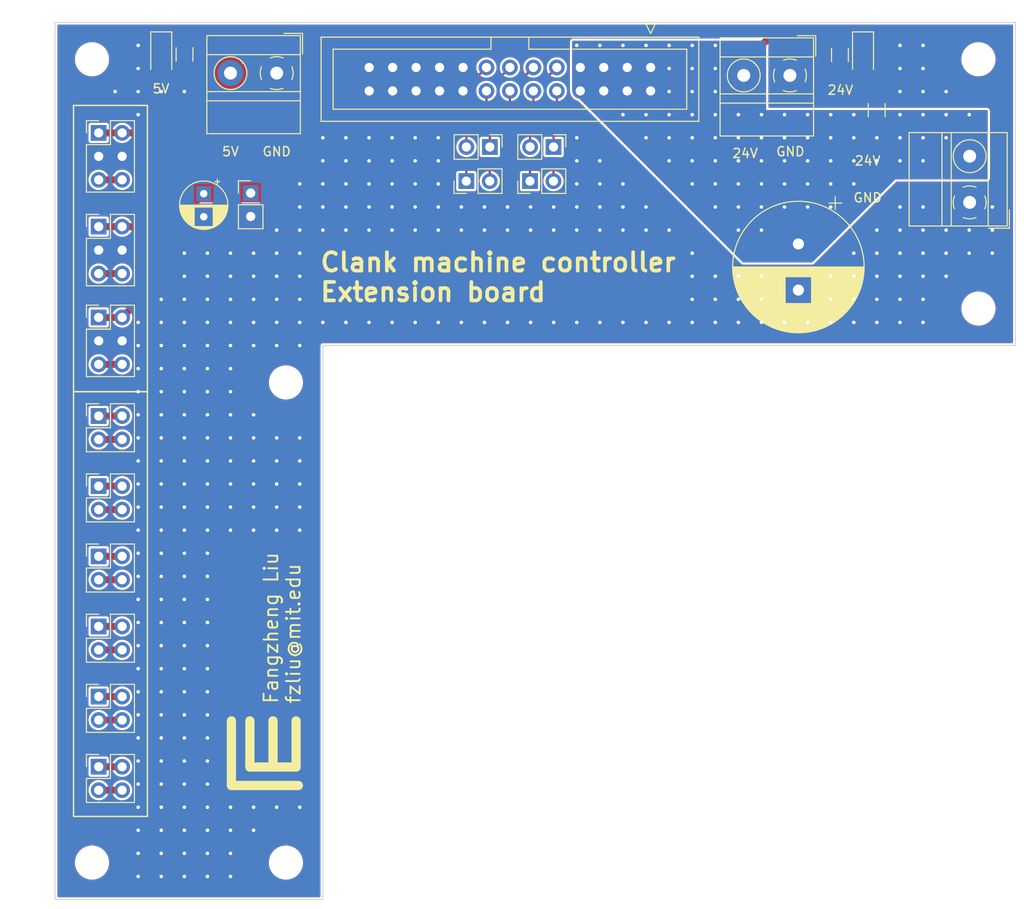
<source format=kicad_pcb>
(kicad_pcb (version 20211014) (generator pcbnew)
  (layers (0 "F.Cu" signal) (31 "B.Cu" signal) (34 "B.Paste" user) (35 "F.Paste" user) (36 "B.SilkS" user "B.Silkscreen") (37 "F.SilkS" user "F.Silkscreen") (38 "B.Mask" user) (39 "F.Mask" user) (44 "Edge.Cuts" user))
  (net 0 "")
  (net 1 "+5V")
  (net 2 "GND")
  (net 3 "Net-(D1-Pad2)")
  (net 4 "Net-(D2-Pad2)")
  (net 5 "Net-(J1-Pad1)")
  (net 6 "Net-(J2-Pad1)")
  (net 7 "Net-(J3-Pad2)")
  (net 8 "Net-(J4-Pad1)")
  (net 9 "Net-(J5-Pad1)")
  (net 10 "Net-(J6-Pad1)")
  (net 11 "/SIG2")
  (net 12 "/SIG1")
  (net 13 "/SIG3")
  (net 14 "+24V")
  (net 15 "Net-(J14-Pad1)")
  (net 16 "Net-(J14-Pad2)")
  (net 17 "/IO_1")
  (net 18 "/IO_2")
  (net 19 "/IO_4")
  (net 20 "/IO_3")
  (net 21 "Net-(J17-Pad2)")
  (net 22 "Net-(J17-Pad1)")
  (net 23 "Net-(J1-Pad3)")
  (net 24 "Net-(J2-Pad3)")
  (net 25 "Net-(J3-Pad3)")
  (net 26 "Net-(J4-Pad3)")
  (net 27 "Net-(J5-Pad3)")
  (net 28 "Net-(J6-Pad3)")
  (footprint "Connector_PinHeader_2.54mm:PinHeader_2x02_P2.54mm_Vertical" (layer "F.Cu") (at 150.725 122.82875)
    (fp_text reference "J3" hide)
    (fp_text value "Limit_SW")
  )
  (footprint "Connector_PinHeader_2.54mm:PinHeader_1x02_P2.54mm_Vertical" (layer "F.Cu") (at 197.435 82.2 90)
    (fp_text reference "J17" hide)
    (fp_text value "+5V Conn")
  )
  (footprint "Connector_IDC:IDC-Header_2x13_P2.54mm_Vertical" (layer "F.Cu") (at 210.5 69.89 -90)
    (fp_text reference "J16" hide)
    (fp_text value "Conn_02x13_Odd_Even")
  )
  (footprint "LED_SMD:LED_1206_3216Metric_Pad1.42x1.75mm_HandSolder" (layer "F.Cu") (at 233.5 68.5 -90)
    (fp_text reference "D2" hide)
    (fp_text value "LED")
  )
  (footprint "Connector_PinHeader_2.54mm:PinHeader_1x02_P2.54mm_Vertical" (layer "F.Cu") (at 193.085 78.5 -90)
    (fp_text reference "J15" hide)
    (fp_text value "+5V Conn")
  )
  (footprint "Resistor_SMD:R_1206_3216Metric_Pad1.30x1.75mm_HandSolder" (layer "F.Cu") (at 231 68.5225 -90)
    (fp_text reference "R2" hide)
    (fp_text value "10K")
  )
  (footprint "Connector_PinHeader_2.54mm:PinHeader_2x03_P2.54mm_Vertical" (layer "F.Cu") (at 150.725 96.96)
    (fp_text reference "J7" hide)
    (fp_text value "Conn_02x03_Counter_Clockwise")
  )
  (footprint "Connector_PinHeader_2.54mm:PinHeader_1x02_P2.54mm_Vertical" (layer "F.Cu") (at 190.535 82.2 90)
    (fp_text reference "J18" hide)
    (fp_text value "+5V Conn")
  )
  (footprint "Connector_PinHeader_2.54mm:PinHeader_2x02_P2.54mm_Vertical" (layer "F.Cu") (at 150.725 145.6175)
    (fp_text reference "J6" hide)
    (fp_text value "Limit_SW")
  )
  (footprint "Connector_PinHeader_2.54mm:PinHeader_2x02_P2.54mm_Vertical" (layer "F.Cu") (at 150.725 130.425)
    (fp_text reference "J4" hide)
    (fp_text value "Limit_SW")
  )
  (footprint "Connector_PinHeader_2.54mm:PinHeader_1x02_P2.54mm_Vertical" (layer "F.Cu") (at 199.985 78.5 -90)
    (fp_text reference "J14" hide)
    (fp_text value "+5V Conn")
  )
  (footprint "MountingHole:MountingHole_3.2mm_M3" (layer "F.Cu") (at 171 156)
    (fp_text reference "H4" hide)
    (fp_text value "M3")
  )
  (footprint "LED_SMD:LED_1206_3216Metric_Pad1.42x1.75mm_HandSolder" (layer "F.Cu") (at 157.5 68.5 -90)
    (fp_text reference "D1" hide)
    (fp_text value "LED")
  )
  (footprint "Connector_PinHeader_2.54mm:PinHeader_2x03_P2.54mm_Vertical" (layer "F.Cu") (at 150.725 87.12875)
    (fp_text reference "J9" hide)
    (fp_text value "Conn_02x03_Counter_Clockwise")
  )
  (footprint "MountingHole:MountingHole_3.2mm_M3" (layer "F.Cu") (at 150 69)
    (fp_text reference "H3" hide)
    (fp_text value "M3")
  )
  (footprint "Connector_PinHeader_2.54mm:PinHeader_2x03_P2.54mm_Vertical" (layer "F.Cu") (at 150.725 76.975)
    (fp_text reference "J8" hide)
    (fp_text value "Conn_02x03_Counter_Clockwise")
  )
  (footprint "Connector_PinHeader_2.54mm:PinHeader_2x02_P2.54mm_Vertical" (layer "F.Cu") (at 150.725 115.2325)
    (fp_text reference "J2" hide)
    (fp_text value "Limit_SW")
  )
  (footprint "TerminalBlock_MetzConnect:TerminalBlock_MetzConnect_Type011_RT05502HBWC_1x02_P5.00mm_Horizontal" (layer "F.Cu") (at 170 70.5 180)
    (fp_text reference "J10" hide)
    (fp_text value "Screw_Terminal_01x02")
  )
  (footprint "Resistor_SMD:R_1206_3216Metric_Pad1.30x1.75mm_HandSolder" (layer "F.Cu") (at 234.98 74.51 -90)
    (fp_text reference "R3" hide)
    (fp_text value "10K")
  )
  (footprint "Resistor_SMD:R_1206_3216Metric_Pad1.30x1.75mm_HandSolder" (layer "F.Cu") (at 160.02 68.4775 -90)
    (fp_text reference "R1" hide)
    (fp_text value "1K")
  )
  (footprint "Connector_PinHeader_2.54mm:PinHeader_2x02_P2.54mm_Vertical" (layer "F.Cu") (at 150.725 107.63625)
    (fp_text reference "J1" hide)
    (fp_text value "Limit_SW")
  )
  (footprint "Connector_PinHeader_2.54mm:PinHeader_1x02_P2.54mm_Vertical" (layer "F.Cu") (at 167.185 83.49)
    (fp_text reference "J12" hide)
    (fp_text value "+5V Conn")
  )
  (footprint "TerminalBlock_MetzConnect:TerminalBlock_MetzConnect_Type011_RT05502HBWC_1x02_P5.00mm_Horizontal" (layer "F.Cu") (at 225.58 70.75 180)
    (fp_text reference "J11" hide)
    (fp_text value "Screw_Terminal_01x02")
  )
  (footprint "MountingHole:MountingHole_3.2mm_M3" (layer "F.Cu") (at 171 104)
    (fp_text reference "H5" hide)
    (fp_text value "M3")
  )
  (footprint "MountingHole:MountingHole_3.2mm_M3" (layer "F.Cu") (at 246 96)
    (fp_text reference "H6" hide)
    (fp_text value "M3")
  )
  (footprint "Capacitor_THT:CP_Radial_D5.0mm_P2.50mm" (layer "F.Cu") (at 162.1 83.554888 -90)
    (fp_text reference "C1" hide)
    (fp_text value "10uF")
  )
  (footprint "TerminalBlock_MetzConnect:TerminalBlock_MetzConnect_Type011_RT05502HBWC_1x02_P5.00mm_Horizontal" (layer "F.Cu") (at 245.05 84.5 90)
    (fp_text reference "J13" hide)
    (fp_text value "Screw_Terminal_01x02")
  )
  (footprint "Connector_PinHeader_2.54mm:PinHeader_2x02_P2.54mm_Vertical" (layer "F.Cu") (at 150.725 138.02125)
    (fp_text reference "J5" hide)
    (fp_text value "Limit_SW")
  )
  (footprint "MountingHole:MountingHole_3.2mm_M3" (layer "F.Cu") (at 246 69)
    (fp_text reference "H1" hide)
    (fp_text value "M3")
  )
  (footprint "MountingHole:MountingHole_3.2mm_M3" (layer "F.Cu") (at 150 156)
    (fp_text reference "H2" hide)
    (fp_text value "M3")
  )
  (footprint "Capacitor_THT:CP_Radial_D14.0mm_P5.00mm" (layer "F.Cu") (at 226.5 89 -90)
    (fp_text reference "C2" hide)
    (fp_text value "220uF")
  )
  (gr_rect (start 148 105) (end 156 151) (layer "F.SilkS") (width 0.15) (fill none))
  (gr_line (start 169.6 145.65) (end 169.6 140.65) (layer "F.SilkS") (width 1))
  (gr_rect (start 148 74) (end 156 105) (layer "F.SilkS") (width 0.15) (fill none))
  (gr_line (start 172.1 145.65) (end 167.1 145.65) (layer "F.SilkS") (width 1))
  (gr_line (start 165.1 140.65) (end 165.1 147.65) (layer "F.SilkS") (width 1))
  (gr_line (start 165.1 147.65) (end 172.35 147.65) (layer "F.SilkS") (width 1))
  (gr_line (start 172.1 145.65) (end 172.1 140.65) (layer "F.SilkS") (width 1))
  (gr_line (start 167.1 145.65) (end 167.1 140.65) (layer "F.SilkS") (width 1))
  (gr_line (start 146 160) (end 146 65) (layer "Edge.Cuts") (width 0.1))
  (gr_line (start 175 160) (end 146 160) (layer "Edge.Cuts") (width 0.1))
  (gr_line (start 250 100) (end 175 100) (layer "Edge.Cuts") (width 0.1))
  (gr_line (start 175 100) (end 175 160) (layer "Edge.Cuts") (width 0.1))
  (gr_line (start 146 65) (end 250 65) (layer "Edge.Cuts") (width 0.1))
  (gr_line (start 250 65) (end 250 100) (layer "Edge.Cuts") (width 0.1))
  (gr_text "5V" (at 165 78.999994) (layer "F.SilkS") (effects (font (size 1 1))))
  (gr_text "Clank machine controller\nExtension board" (at 174.53 92.6) (layer "F.SilkS") (effects (font (size 2 2) (thickness 0.4)) (justify left)))
  (gr_text "24V" (at 220.73 79.19) (layer "F.SilkS") (effects (font (size 1 1))))
  (gr_text "24V" (at 231.05 72.34) (layer "F.SilkS") (effects (font (size 1 1))))
  (gr_text "GND" (at 225.63 79) (layer "F.SilkS") (effects (font (size 1 1))))
  (gr_text "5V" (at 157.469992 72.19) (layer "F.SilkS") (effects (font (size 1 1))))
  (gr_text "24V" (at 234 80) (layer "F.SilkS") (effects (font (size 1 1))))
  (gr_text "GND" (at 234 84) (layer "F.SilkS") (effects (font (size 1 1))))
  (gr_text "GND" (at 170 79) (layer "F.SilkS") (effects (font (size 1 1))))
  (gr_text "Fangzheng Liu\nfzliu@mit.edu" (at 170.6 138.9 90) (layer "F.SilkS") (effects (font (size 1.5 1.5) (thickness 0.2)) (justify left)))
  (segment (start 153.265 96.96) (end 158.526138 91.698862) (width 0.762) (layer "F.Cu") (net 1))
  (segment (start 153.265 87.12875) (end 158.526138 87.12875) (width 0.762) (layer "F.Cu") (net 1))
  (segment (start 162.1 82.6) (end 162.1 83.554888) (width 0.762) (layer "F.Cu") (net 1))
  (segment (start 158.526138 87.12875) (end 162.1 83.554888) (width 0.762) (layer "F.Cu") (net 1))
  (segment (start 158.526138 91.698862) (end 158.526138 87.12875) (width 0.762) (layer "F.Cu") (net 1))
  (segment (start 150.725 87.12875) (end 153.265 87.12875) (width 0.762) (layer "F.Cu") (net 1))
  (segment (start 153.265 76.975) (end 156.475 76.975) (width 0.762) (layer "F.Cu") (net 1))
  (segment (start 150.725 96.96) (end 153.265 96.96) (width 0.762) (layer "F.Cu") (net 1))
  (segment (start 156.475 76.975) (end 162.1 82.6) (width 0.762) (layer "F.Cu") (net 1))
  (segment (start 150.725 76.975) (end 153.265 76.975) (width 0.762) (layer "F.Cu") (net 1))
  (via (at 155 137.5) (size 0.762) (drill 0.381) (layers "F.Cu" "B.Cu") (net 2))
  (via (at 162.5 147.5) (size 0.762) (drill 0.381) (layers "F.Cu" "B.Cu") (net 2))
  (via (at 160 100) (size 0.762) (drill 0.381) (layers "F.Cu" "B.Cu") (net 2))
  (via (at 237.5 70) (size 0.762) (drill 0.381) (layers "F.Cu" "B.Cu") (net 2))
  (via (at 205 80) (size 0.762) (drill 0.381) (layers "F.Cu" "B.Cu") (net 2))
  (via (at 162.5 132.5) (size 0.762) (drill 0.381) (layers "F.Cu" "B.Cu") (net 2))
  (via (at 195 97.5) (size 0.762) (drill 0.381) (layers "F.Cu" "B.Cu") (net 2))
  (via (at 157.5 132.5) (size 0.762) (drill 0.381) (layers "F.Cu" "B.Cu") (net 2))
  (via (at 230 97.5) (size 0.762) (drill 0.381) (layers "F.Cu" "B.Cu") (net 2))
  (via (at 162.5 125) (size 0.762) (drill 0.381) (layers "F.Cu" "B.Cu") (net 2))
  (via (at 157.5 107.5) (size 0.762) (drill 0.381) (layers "F.Cu" "B.Cu") (net 2))
  (via (at 170 115) (size 0.762) (drill 0.381) (layers "F.Cu" "B.Cu") (net 2))
  (via (at 185 87.5) (size 0.762) (drill 0.381) (layers "F.Cu" "B.Cu") (net 2))
  (via (at 212.5 97.5) (size 0.762) (drill 0.381) (layers "F.Cu" "B.Cu") (net 2))
  (via (at 170 90) (size 0.762) (drill 0.381) (layers "F.Cu" "B.Cu") (net 2))
  (via (at 222.5 95) (size 0.762) (drill 0.381) (layers "F.Cu" "B.Cu") (net 2))
  (via (at 157.5 147.5) (size 0.762) (drill 0.381) (layers "F.Cu" "B.Cu") (net 2))
  (via (at 157.5 155) (size 0.762) (drill 0.381) (layers "F.Cu" "B.Cu") (net 2))
  (via (at 172.5 82.5) (size 0.762) (drill 0.381) (layers "F.Cu" "B.Cu") (net 2))
  (via (at 235 90) (size 0.762) (drill 0.381) (layers "F.Cu" "B.Cu") (net 2))
  (via (at 167.5 115) (size 0.762) (drill 0.381) (layers "F.Cu" "B.Cu") (net 2))
  (via (at 217.5 92.5) (size 0.762) (drill 0.381) (layers "F.Cu" "B.Cu") (net 2))
  (via (at 172.5 117.5) (size 0.762) (drill 0.381) (layers "F.Cu" "B.Cu") (net 2))
  (via (at 160 130) (size 0.762) (drill 0.381) (layers "F.Cu" "B.Cu") (net 2))
  (via (at 160 152.5) (size 0.762) (drill 0.381) (layers "F.Cu" "B.Cu") (net 2))
  (via (at 157.5 157.5) (size 0.762) (drill 0.381) (layers "F.Cu" "B.Cu") (net 2))
  (via (at 215 95) (size 0.762) (drill 0.381) (layers "F.Cu" "B.Cu") (net 2))
  (via (at 162.5 95) (size 0.762) (drill 0.381) (layers "F.Cu" "B.Cu") (net 2))
  (via (at 155 145) (size 0.762) (drill 0.381) (layers "F.Cu" "B.Cu") (net 2))
  (via (at 162.5 120) (size 0.762) (drill 0.381) (layers "F.Cu" "B.Cu") (net 2))
  (via (at 160 120) (size 0.762) (drill 0.381) (layers "F.Cu" "B.Cu") (net 2))
  (via (at 155 130) (size 0.762) (drill 0.381) (layers "F.Cu" "B.Cu") (net 2))
  (via (at 247.5 87.5) (size 0.762) (drill 0.381) (layers "F.Cu" "B.Cu") (net 2))
  (via (at 210 97.5) (size 0.762) (drill 0.381) (layers "F.Cu" "B.Cu") (net 2))
  (via (at 182.5 97.5) (size 0.762) (drill 0.381) (layers "F.Cu" "B.Cu") (net 2))
  (via (at 155 105) (size 0.762) (drill 0.381) (layers "F.Cu" "B.Cu") (net 2))
  (via (at 155 142.5) (size 0.762) (drill 0.381) (layers "F.Cu" "B.Cu") (net 2))
  (via (at 220 92.5) (size 0.762) (drill 0.381) (layers "F.Cu" "B.Cu") (net 2))
  (via (at 172.5 150) (size 0.762) (drill 0.381) (layers "F.Cu" "B.Cu") (net 2))
  (via (at 167.5 107.5) (size 0.762) (drill 0.381) (layers "F.Cu" "B.Cu") (net 2))
  (via (at 160 142.5) (size 0.762) (drill 0.381) (layers "F.Cu" "B.Cu") (net 2))
  (via (at 157.5 122.5) (size 0.762) (drill 0.381) (layers "F.Cu" "B.Cu") (net 2))
  (via (at 162.5 135) (size 0.762) (drill 0.381) (layers "F.Cu" "B.Cu") (net 2))
  (via (at 175 80) (size 0.762) (drill 0.381) (layers "F.Cu" "B.Cu") (net 2))
  (via (at 155 117.5) (size 0.762) (drill 0.381) (layers "F.Cu" "B.Cu") (net 2))
  (via (at 207.5 97.5) (size 0.762) (drill 0.381) (layers "F.Cu" "B.Cu") (net 2))
  (via (at 155 140) (size 0.762) (drill 0.381) (layers "F.Cu" "B.Cu") (net 2))
  (via (at 155 70) (size 0.762) (drill 0.381) (layers "F.Cu" "B.Cu") (net 2))
  (via (at 232.5 90) (size 0.762) (drill 0.381) (layers "F.Cu" "B.Cu") (net 2))
  (via (at 237.5 90) (size 0.762) (drill 0.381) (layers "F.Cu" "B.Cu") (net 2))
  (via (at 160 155) (size 0.762) (drill 0.381) (layers "F.Cu" "B.Cu") (net 2))
  (via (at 205 82.5) (size 0.762) (drill 0.381) (layers "F.Cu" "B.Cu") (net 2))
  (via (at 217.5 97.5) (size 0.762) (drill 0.381) (layers "F.Cu" "B.Cu") (net 2))
  (via (at 225 97.5) (size 0.762) (drill 0.381) (layers "F.Cu" "B.Cu") (net 2))
  (via (at 172.5 87.5) (size 0.762) (drill 0.381) (layers "F.Cu" "B.Cu") (net 2))
  (via (at 192.5 87.5) (size 0.762) (drill 0.381) (layers "F.Cu" "B.Cu") (net 2))
  (via (at 162.5 117.5) (size 0.762) (drill 0.381) (layers "F.Cu" "B.Cu") (net 2))
  (via (at 160 92.5) (size 0.762) (drill 0.381) (layers "F.Cu" "B.Cu") (net 2))
  (via (at 177.5 85) (size 0.762) (drill 0.381) (layers "F.Cu" "B.Cu") (net 2))
  (via (at 170 87.5) (size 0.762) (drill 0.381) (layers "F.Cu" "B.Cu") (net 2))
  (via (at 155 157.5) (size 0.762) (drill 0.381) (layers "F.Cu" "B.Cu") (net 2))
  (via (at 157.5 72.5) (size 0.762) (drill 0.381) (layers "F.Cu" "B.Cu") (net 2))
  (via (at 165 100) (size 0.762) (drill 0.381) (layers "F.Cu" "B.Cu") (net 2))
  (via (at 162.5 127.5) (size 0.762) (drill 0.381) (layers "F.Cu" "B.Cu") (net 2))
  (via (at 235 95) (size 0.762) (drill 0.381) (layers "F.Cu" "B.Cu") (net 2))
  (via (at 172.5 90) (size 0.762) (drill 0.381) (layers "F.Cu" "B.Cu") (net 2))
  (via (at 155 75) (size 0.762) (drill 0.381) (layers "F.Cu" "B.Cu") (net 2))
  (via (at 160 150) (size 0.762) (drill 0.381) (layers "F.Cu" "B.Cu") (net 2))
  (via (at 157.5 95) (size 0.762) (drill 0.381) (layers "F.Cu" "B.Cu") (net 2))
  (via (at 162.5 137.5) (size 0.762) (drill 0.381) (layers "F.Cu" "B.Cu") (net 2))
  (via (at 167.5 150) (size 0.762) (drill 0.381) (layers "F.Cu" "B.Cu") (net 2))
  (via (at 167.5 100) (size 0.762) (drill 0.381) (layers "F.Cu" "B.Cu") (net 2))
  (via (at 155 115) (size 0.762) (drill 0.381) (layers "F.Cu" "B.Cu") (net 2))
  (via (at 240 70) (size 0.762) (drill 0.381) (layers "F.Cu" "B.Cu") (net 2))
  (via (at 165 102.5) (size 0.762) (drill 0.381) (layers "F.Cu" "B.Cu") (net 2))
  (via (at 185 82.5) (size 0.762) (drill 0.381) (layers "F.Cu" "B.Cu") (net 2))
  (via (at 182.5 85) (size 0.762) (drill 0.381) (layers "F.Cu" "B.Cu") (net 2))
  (via (at 165 90) (size 0.762) (drill 0.381) (layers "F.Cu" "B.Cu") (net 2))
  (via (at 167.5 112.5) (size 0.762) (drill 0.381) (layers "F.Cu" "B.Cu") (net 2))
  (via (at 180 80) (size 0.762) (drill 0.381) (layers "F.Cu" "B.Cu") (net 2))
  (via (at 207.5 87.5) (size 0.762) (drill 0.381) (layers "F.Cu" "B.Cu") (net 2))
  (via (at 197.5 85) (size 0.762) (drill 0.381) (layers "F.Cu" "B.Cu") (net 2))
  (via (at 160 147.5) (size 0.762) (drill 0.381) (layers "F.Cu" "B.Cu") (net 2))
  (via (at 160 95) (size 0.762) (drill 0.381) (layers "F.Cu" "B.Cu") (net 2))
  (via (at 172.5 95) (size 0.762) (drill 0.381) (layers "F.Cu" "B.Cu") (net 2))
  (via (at 155 125) (size 0.762) (drill 0.381) (layers "F.Cu" "B.Cu") (net 2))
  (via (at 157.5 102.5) (size 0.762) (drill 0.381) (layers "F.Cu" "B.Cu") (net 2))
  (via (at 185 77.5) (size 0.762) (drill 0.381) (layers "F.Cu" "B.Cu") (net 2))
  (via (at 165 97.5) (size 0.762) (drill 0.381) (layers "F.Cu" "B.Cu") (net 2))
  (via (at 157.5 125) (size 0.762) (drill 0.381) (layers "F.Cu" "B.Cu") (net 2))
  (via (at 155 155) (size 0.762) (drill 0.381) (layers "F.Cu" "B.Cu") (net 2))
  (via (at 185 80) (size 0.762) (drill 0.381) (layers "F.Cu" "B.Cu") (net 2))
  (via (at 237.5 67.5) (size 0.762) (drill 0.381) (layers "F.Cu" "B.Cu") (net 2))
  (via (at 157.5 142.5) (size 0.762) (drill 0.381) (layers "F.Cu" "B.Cu") (net 2))
  (via (at 160 110) (size 0.762) (drill 0.381) (layers "F.Cu" "B.Cu") (net 2))
  (via (at 167.5 90) (size 0.762) (drill 0.381) (layers "F.Cu" "B.Cu") (net 2))
  (via (at 177.5 97.5) (size 0.762) (drill 0.381) (layers "F.Cu" "B.Cu") (net 2))
  (via (at 155 132.5) (size 0.762) (drill 0.381) (layers "F.Cu" "B.Cu") (net 2))
  (via (at 155 72.5) (size 0.762) (drill 0.381) (layers "F.Cu" "B.Cu") (net 2))
  (via (at 155 107.5) (size 0.762) (drill 0.381) (layers "F.Cu" "B.Cu") (net 2))
  (via (at 222.5 97.5) (size 0.762) (drill 0.381) (layers "F.Cu" "B.Cu") (net 2))
  (via (at 157.5 117.5) (size 0.762) (drill 0.381) (layers "F.Cu" "B.Cu") (net 2))
  (via (at 170 92.5) (size 0.762) (drill 0.381) (layers "F.Cu" "B.Cu") (net 2))
  (via (at 175 82.5) (size 0.762) (drill 0.381) (layers "F.Cu" "B.Cu") (net 2))
  (via (at 202.5 80) (size 0.762) (drill 0.381) (layers "F.Cu" "B.Cu") (net 2))
  (via (at 235 92.5) (size 0.762) (drill 0.381) (layers "F.Cu" "B.Cu") (net 2))
  (via (at 157.5 137.5) (size 0.762) (drill 0.381) (layers "F.Cu" "B.Cu") (net 2))
  (via (at 165 105) (size 0.762) (drill 0.381) (layers "F.Cu" "B.Cu") (net 2))
  (via (at 240 87.5) (size 0.762) (drill 0.381) (layers "F.Cu" "B.Cu") (net 2))
  (via (at 240 67.5) (size 0.762) (drill 0.381) (layers "F.Cu" "B.Cu") (net 2))
  (via (at 177.5 80) (size 0.762) (drill 0.381) (layers "F.Cu" "B.Cu") (net 2))
  (via (at 162.5 107.5) (size 0.762) (drill 0.381) (layers "F.Cu" "B.Cu") (net 2))
  (via (at 160 137.5) (size 0.762) (drill 0.381) (layers "F.Cu" "B.Cu") (net 2))
  (via (at 172.5 85) (size 0.762) (drill 0.381) (layers "F.Cu" "B.Cu") (net 2))
  (via (at 157.5 115) (size 0.762) (drill 0.381) (layers "F.Cu" "B.Cu") (net 2))
  (via (at 172.5 115) (size 0.762) (drill 0.381) (layers "F.Cu" "B.Cu") (net 2))
  (via (at 245 87.5) (size 0.762) (drill 0.381) (layers "F.Cu" "B.Cu") (net 2))
  (via (at 155 97.5) (size 0.762) (drill 0.381) (layers "F.Cu" "B.Cu") (net 2))
  (via (at 172.5 110) (size 0.762) (drill 0.381) (layers "F.Cu" "B.Cu") (net 2))
  (via (at 180 77.5) (size 0.762) (drill 0.381) (layers "F.Cu" "B.Cu") (net 2))
  (via (at 232.5 95) (size 0.762) (drill 0.381) (layers "F.Cu" "B.Cu") (net 2))
  (via (at 155 102.5) (size 0.762) (drill 0.381) (layers "F.Cu" "B.Cu") (net 2))
  (via (at 187.5 80) (size 0.762) (drill 0.381) (layers "F.Cu" "B.Cu") (net 2))
  (via (at 160 122.5) (size 0.762) (drill 0.381) (layers "F.Cu" "B.Cu") (net 2))
  (via (at 180 85) (size 0.762) (drill 0.381) (layers "F.Cu" "B.Cu") (net 2))
  (via (at 192.5 97.5) (size 0.762) (drill 0.381) (layers "F.Cu" "B.Cu") (net 2))
  (via (at 180 97.5) (size 0.762) (drill 0.381) (layers "F.Cu" "B.Cu") (net 2))
  (via (at 200 87.5) (size 0.762) (drill 0.381) (layers "F.Cu" "B.Cu") (net 2))
  (via (at 160 140) (size 0.762) (drill 0.381) (layers "F.Cu" "B.Cu") (net 2))
  (via (at 182.5 80) (size 0.762) (drill 0.381) (layers "F.Cu" "B.Cu") (net 2))
  (via (at 207.5 82.5) (size 0.762) (drill 0.381) (layers "F.Cu" "B.Cu") (net 2))
  (via (at 172.5 120) (size 0.762) (drill 0.381) (layers "F.Cu" "B.Cu") (net 2))
  (via (at 157.5 127.5) (size 0.762) (drill 0.381) (layers "F.Cu" "B.Cu") (net 2))
  (via (at 165 117.5) (size 0.762) (drill 0.381) (layers "F.Cu" "B.Cu") (net 2))
  (via (at 155 122.5) (size 0.762) (drill 0.381) (layers "F.Cu" "B.Cu") (net 2))
  (via (at 197.5 87.5) (size 0.762) (drill 0.381) (layers "F.Cu" "B.Cu") (net 2))
  (via (at 167.5 110) (size 0.762) (drill 0.381) (layers "F.Cu" "B.Cu") (net 2))
  (via (at 235 87.5) (size 0.762) (drill 0.381) (layers "F.Cu" "B.Cu") (net 2))
  (via (at 200 85) (size 0.762) (drill 0.381) (layers "F.Cu" "B.Cu") (net 2))
  (via (at 155 152.5) (size 0.762) (drill 0.381) (layers "F.Cu" "B.Cu") (net 2))
  (via (at 157.5 105) (size 0.762) (drill 0.381) (layers "F.Cu" "B.Cu") (net 2))
  (via (at 190 85) (size 0.762) (drill 0.381) (layers "F.Cu" "B.Cu") (net 2))
  (via (at 167.5 120) (size 0.762) (drill 0.381) (layers "F.Cu" "B.Cu") (net 2))
  (via (at 207.5 85) (size 0.762) (drill 0.381) (layers "F.Cu" "B.Cu") (net 2))
  (via (at 212.5 87.5) (size 0.762) (drill 0.381) (layers "F.Cu" "B.Cu") (net 2))
  (via (at 157.5 112.5) (size 0.762) (drill 0.381) (layers "F.Cu" "B.Cu") (net 2))
  (via (at 160 112.5) (size 0.762) (drill 0.381) (layers "F.Cu" "B.Cu") (net 2))
  (via (at 162.5 115) (size 0.762) (drill 0.381) (layers "F.Cu" "B.Cu") (net 2))
  (via (at 177.5 87.5) (size 0.762) (drill 0.381) (layers "F.Cu" "B.Cu") (net 2))
  (via (at 242.5 90) (size 0.762) (drill 0.381) (layers "F.Cu" "B.Cu") (net 2))
  (via (at 157.5 130) (size 0.762) (drill 0.381) (layers "F.Cu" "B.Cu") (net 2))
  (via (at 160 135) (size 0.762) (drill 0.381) (layers "F.Cu" "B.Cu") (net 2))
  (via (at 245 90) (size 0.762) (drill 0.381) (layers "F.Cu" "B.Cu") (net 2))
  (via (at 155 112.5) (size 0.762) (drill 0.381) (layers "F.Cu" "B.Cu") (net 2))
  (via (at 160 127.5) (size 0.762) (drill 0.381) (layers "F.Cu" "B.Cu") (net 2))
  (via (at 167.5 152.5) (size 0.762) (drill 0.381) (layers "F.Cu" "B.Cu") (net 2))
  (via (at 165 95) (size 0.762) (drill 0.381) (layers "F.Cu" "B.Cu") (net 2))
  (via (at 175 87.5) (size 0.762) (drill 0.381) (layers "F.Cu" "B.Cu") (net 2))
  (via (at 232.5 97.5) (size 0.762) (drill 0.381) (layers "F.Cu" "B.Cu") (net 2))
  (via (at 162.5 112.5) (size 0.762) (drill 0.381) (layers "F.Cu" "B.Cu") (net 2))
  (via (at 160 102.5) (size 0.762) (drill 0.381) (layers "F.Cu" "B.Cu") (net 2))
  (via (at 172.5 97.5) (size 0.762) (drill 0.381) (layers "F.Cu" "B.Cu") (net 2))
  (via (at 187.5 82.5) (size 0.762) (drill 0.381) (layers "F.Cu" "B.Cu") (net 2))
  (via (at 172.5 100) (size 0.762) (drill 0.381) (layers "F.Cu" "B.Cu") (net 2))
  (via (at 242.5 72.5) (size 0.762) (drill 0.381) (layers "F.Cu" "B.Cu") (net 2))
  (via (at 162.5 142.5) (size 0.762) (drill 0.381) (layers "F.Cu" "B.Cu") (net 2))
  (via (at 162.5 90) (size 0.762) (drill 0.381) (layers "F.Cu" "B.Cu") (net 2))
  (via (at 187.5 77.5) (size 0.762) (drill 0.381) (layers "F.Cu" "B.Cu") (net 2))
  (via (at 162.5 97.5) (size 0.762) (drill 0.381) (layers "F.Cu" "B.Cu") (net 2))
  (via (at 170 97.5) (size 0.762) (drill 0.381) (layers "F.Cu" "B.Cu") (net 2))
  (via (at 180 82.5) (size 0.762) (drill 0.381) (layers "F.Cu" "B.Cu") (net 2))
  (via (at 202.5 77.5) (size 0.762) (drill 0.381) (layers "F.Cu" "B.Cu") (net 2))
  (via (at 195 85) (size 0.762) (drill 0.381) (layers "F.Cu" "B.Cu") (net 2))
  (via (at 170 112.5) (size 0.762) (drill 0.381) (layers "F.Cu" "B.Cu") (net 2))
  (via (at 155 127.5) (size 0.762) (drill 0.381) (layers "F.Cu" "B.Cu") (net 2))
  (via (at 165 107.5) (size 0.762) (drill 0.381) (layers "F.Cu" "B.Cu") (net 2))
  (via (at 162.5 130) (size 0.762) (drill 0.381) (layers "F.Cu" "B.Cu") (net 2))
  (via (at 170 95) (size 0.762) (drill 0.381) (layers "F.Cu" "B.Cu") (net 2))
  (via (at 160 90) (size 0.762) (drill 0.381) (layers "F.Cu" "B.Cu") (net 2))
  (via (at 202.5 82.5) (size 0.762) (drill 0.381) (layers "F.Cu" "B.Cu") (net 2))
  (via (at 205 85) (size 0.762) (drill 0.381) (layers "F.Cu" "B.Cu") (net 2))
  (via (at 160 115) (size 0.762) (drill 0.381) (layers "F.Cu" "B.Cu") (net 2))
  (via (at 167.5 95) (size 0.762) (drill 0.381) (layers "F.Cu" "B.Cu") (net 2))
  (via (at 160 72.5) (size 0.762) (drill 0.381) (layers "F.Cu" "B.Cu") (net 2))
  (via (at 167.5 92.5) (size 0.762) (drill 0.381) (layers "F.Cu" "B.Cu") (net 2))
  (via (at 172.5 92.5) (size 0.762) (drill 0.381) (layers "F.Cu" "B.Cu") (net 2))
  (via (at 185 85) (size 0.762) (drill 0.381) (layers "F.Cu" "B.Cu") (net 2))
  (via (at 157.5 135) (size 0.762) (drill 0.381) (layers "F.Cu" "B.Cu") (net 2))
  (via (at 155 120) (size 0.762) (drill 0.381) (layers "F.Cu" "B.Cu") (net 2))
  (via (at 162.5 157.5) (size 0.762) (drill 0.381) (layers "F.Cu" "B.Cu") (net 2))
  (via (at 162.5 155) (size 0.762) (drill 0.381) (layers "F.Cu" "B.Cu") (net 2))
  (via (at 240 92.5) (size 0.762) (drill 0.381) (layers "F.Cu" "B.Cu") (net 2))
  (via (at 185 97.5) (size 0.762) (drill 0.381) (layers "F.Cu" "B.Cu") (net 2))
  (via (at 160 157.5) (size 0.762) (drill 0.381) (layers "F.Cu" "B.Cu") (net 2))
  (via (at 162.5 145) (size 0.762) (drill 0.381) (layers "F.Cu" "B.Cu") (net 2))
  (via (at 162.5 100) (size 0.762) (drill 0.381) (layers "F.Cu" "B.Cu") (net 2))
  (via (at 157.5 100) (size 0.762) (drill 0.381) (layers "F.Cu" "B.Cu") (net 2))
  (via (at 177.5 77.5) (size 0.762) (drill 0.381) (layers "F.Cu" "B.Cu") (net 2))
  (via (at 232.5 92.5) (size 0.762) (drill 0.381) (layers "F.Cu" "B.Cu") (net 2))
  (via (at 157.5 110) (size 0.762) (drill 0.381) (layers "F.Cu" "B.Cu") (net 2))
  (via (at 237.5 72.5) (size 0.762) (drill 0.381) (layers "F.Cu" "B.Cu") (net 2))
  (via (at 160 145) (size 0.762) (drill 0.381) (layers "F.Cu" "B.Cu") (net 2))
  (via (at 187.5 85) (size 0.762) (drill 0.381) (layers "F.Cu" "B.Cu") (net 2))
  (via (at 237.5 87.5) (size 0.762) (drill 0.381) (layers "F.Cu" "B.Cu") (net 2))
  (via (at 160 105) (size 0.762) (drill 0.381) (layers "F.Cu" "B.Cu") (net 2))
  (via (at 157.5 120) (size 0.762) (drill 0.381) (layers "F.Cu" "B.Cu") (net 2))
  (via (at 162.5 105) (size 0.762) (drill 0.381) (layers "F.Cu" "B.Cu") (net 2))
  (via (at 165 150) (size 0.762) (drill 0.381) (layers "F.Cu" "B.Cu") (net 2))
  (via (at 205 87.5) (size 0.762) (drill 0.381) (layers "F.Cu" "B.Cu") (net 2))
  (via (at 165 92.5) (size 0.762) (drill 0.381) (layers "F.Cu" "B.Cu") (net 2))
  (via (at 237.5 95) (size 0.762) (drill 0.381) (layers "F.Cu" "B.Cu") (net 2))
  (via (at 160 117.5) (size 0.762) (drill 0.381) (layers "F.Cu" "B.Cu") (net 2))
  (via (at 167.5 117.5) (size 0.762) (drill 0.381) (layers "F.Cu" "B.Cu") (net 2))
  (via (at 220 95) (size 0.762) (drill 0.381) (layers "F.Cu" "B.Cu") (net 2))
  (via (at 247.5 90) (size 0.762) (drill 0.381) (layers "F.Cu" "B.Cu") (net 2))
  (via (at 202.5 85) (size 0.762) (drill 0.381) (layers "F.Cu" "B.Cu") (net 2))
  (via (at 162.5 140) (size 0.762) (drill 0.381) (layers "F.Cu" "B.Cu") (net 2))
  (via (at 210 87.5) (size 0.762) (drill 0.381) (layers "F.Cu" "B.Cu") (net 2))
  (via (at 162.5 122.5) (size 0.762) (drill 0.381) (layers "F.Cu" "B.Cu") (net 2))
  (via (at 155 150) (size 0.762) (drill 0.381) (layers "F.Cu" "B.Cu") (net 2))
  (via (at 165 112.5) (size 0.762) (drill 0.381) (layers "F.Cu" "B.Cu") (net 2))
  (via (at 155 67.5) (size 0.762) (drill 0.381) (layers "F.Cu" "B.Cu") (net 2))
  (via (at 182.5 77.5) (size 0.762) (drill 0.381) (layers "F.Cu" "B.Cu") (net 2))
  (via (at 235 97.5) (size 0.762) (drill 0.381) (layers "F.Cu" "B.Cu") (net 2))
  (via (at 165 110) (size 0.762) (drill 0.381) (layers "F.Cu" "B.Cu") (net 2))
  (via (at 155 147.5) (size 0.762) (drill 0.381) (layers "F.Cu" "B.Cu") (net 2))
  (via (at 162.5 102.5) (size 0.762) (drill 0.381) (layers "F.Cu" "B.Cu") (net 2))
  (via (at 237.5 85) (size 0.762) (drill 0.381) (layers "F.Cu" "B.Cu") (net 2))
  (via (at 175 97.5) (size 0.762) (drill 0.381) (layers "F.Cu" "B.Cu") (net 2))
  (via (at 175 77.5) (size 0.762) (drill 0.381) (layers "F.Cu" "B.Cu") (net 2))
  (via (at 170 100) (size 0.762) (drill 0.381) (layers "F.Cu" "B.Cu") (net 2))
  (via (at 230 95) (size 0.762) (drill 0.381) (layers "F.Cu" "B.Cu") (net 2))
  (via (at 202.5 87.5) (size 0.762) (drill 0.381) (layers "F.Cu" "B.Cu") (net 2))
  (via (at 182.5 82.5) (size 0.762) (drill 0.381) (layers "F.Cu" "B.Cu") (net 2))
  (via (at 172.5 112.5) (size 0.762) (drill 0.381) (layers "F.Cu" "B.Cu") (net 2))
  (via (at 237.5 97.5) (size 0.762) (drill 0.381) (layers "F.Cu" "B.Cu") (net 2))
  (via (at 195 87.5) (size 0.762) (drill 0.381) (layers "F.Cu" "B.Cu") (net 2))
  (via (at 240 90) (size 0.762) (drill 0.381) (layers "F.Cu" "B.Cu") (net 2))
  (via (at 187.5 97.5) (size 0.762) (drill 0.381) (layers "F.Cu" "B.Cu") (net 2))
  (via (at 202.5 97.5) (size 0.762) (drill 0.381) (layers "F.Cu" "B.Cu") (net 2))
  (via (at 165 115) (size 0.762) (drill 0.381) (layers "F.Cu" "B.Cu") (net 2))
  (via (at 240 95) (size 0.762) (drill 0.381) (layers "F.Cu" "B.Cu") (net 2))
  (via (at 157.5 150) (size 0.762) (drill 0.381) (layers "F.Cu" "B.Cu") (net 2))
  (via (at 160 97.5) (size 0.762) (drill 0.381) (layers "F.Cu" "B.Cu") (net 2))
  (via (at 190 97.5) (size 0.762) (drill 0.381) (layers "F.Cu" "B.Cu") (net 2))
  (via (at 180 87.5) (size 0.762) (drill 0.381) (layers "F.Cu" "B.Cu") (net 2))
  (via (at 242.5 92.5) (size 0.762) (drill 0.381) (layers "F.Cu" "B.Cu") (net 2))
  (via (at 217.5 95) (size 0.762) (drill 0.381) (layers "F.Cu" "B.Cu") (net 2))
  (via (at 155 110) (size 0.762) (drill 0.381) (layers "F.Cu" "B.Cu") (net 2))
  (via (at 220 97.5) (size 0.762) (drill 0.381) (layers "F.Cu" "B.Cu") (net 2))
  (via (at 157.5 140) (size 0.762) (drill 0.381) (layers "F.Cu" "B.Cu") (net 2))
  (via (at 242.5 87.5) (size 0.762) (drill 0.381) (layers "F.Cu" "B.Cu") (net 2))
  (via (at 162.5 110) (size 0.762) (drill 0.381) (layers "F.Cu" "B.Cu") (net 2))
  (via (at 160 125) (size 0.762) (drill 0.381) (layers "F.Cu" "B.Cu") (net 2))
  (via (at 152.5 72.5) (size 0.762) (drill 0.381) (layers "F.Cu" "B.Cu") (net 2))
  (via (at 215 97.5) (size 0.762) (drill 0.381) (layers "F.Cu" "B.Cu") (net 2))
  (via (at 170 110) (size 0.762) (drill 0.381) (layers "F.Cu" "B.Cu") (net 2))
  (via (at 167.5 97.5) (size 0.762) (drill 0.381) (layers "F.Cu" "B.Cu") (net 2))
  (via (at 215 90) (size 0.762) (drill 0.381) (layers "F.Cu" "B.Cu") (net 2))
  (via (at 170 150) (size 0.762) (drill 0.381) (layers "F.Cu" "B.Cu") (net 2))
  (via (at 240 85) (size 0.762) (drill 0.381) (layers "F.Cu" "B.Cu") (net 2))
  (via (at 165 120) (size 0.762) (drill 0.381) (layers "F.Cu" "B.Cu") (net 2))
  (via (at 157.5 97.5) (size 0.762) (drill 0.381) (layers "F.Cu" "B.Cu") (net 2))
  (via (at 227.5 97.5) (size 0.762) (drill 0.381) (layers "F.Cu" "B.Cu") (net 2))
  (via (at 157.5 152.5) (size 0.762) (drill 0.381) (layers "F.Cu" "B.Cu") (net 2))
  (via (at 215 92.5) (size 0.762) (drill 0.381) (layers "F.Cu" "B.Cu") (net 2))
  (via (at 155 135) (size 0.762) (drill 0.381) (layers "F.Cu" "B.Cu") (net 2))
  (via (at 240 72.5) (size 0.762) (drill 0.381) (layers "F.Cu" "B.Cu") (net 2))
  (via (at 240 97.5) (size 0.762) (drill 0.381) (layers "F.Cu" "B.Cu") (net 2))
  (via (at 182.5 87.5) (size 0.762) (drill 0.381) (layers "F.Cu" "B.Cu") (net 2))
  (via (at 175 85) (size 0.762) (drill 0.381) (layers "F.Cu" "B.Cu") (net 2))
  (via (at 162.5 152.5) (size 0.762) (drill 0.381) (layers "F.Cu" "B.Cu") (net 2))
  (via (at 170 117.5) (size 0.762) (drill 0.381) (layers "F.Cu" "B.Cu") (net 2))
  (via (at 170 120) (size 0.762) (drill 0.381) (layers "F.Cu" "B.Cu") (net 2))
  (via (at 162.5 150) (size 0.762) (drill 0.381) (layers "F.Cu" "B.Cu") (net 2))
  (via (at 192.5 85) (size 0.762) (drill 0.381) (layers "F.Cu" "B.Cu") (net 2))
  (via (at 237.5 92.5) (size 0.762) (drill 0.381) (layers "F.Cu" "B.Cu") (net 2))
  (via (at 157.5 145) (size 0.762) (drill 0.381) (layers "F.Cu" "B.Cu") (net 2))
  (via (at 187.5 87.5) (size 0.762) (drill 0.381) (layers "F.Cu" "B.Cu") (net 2))
  (via (at 247.5 85) (size 0.762) (drill 0.381) (layers "F.Cu" "B.Cu") (net 2))
  (via (at 210 85) (size 0.762) (drill 0.381) (layers "F.Cu" "B.Cu") (net 2))
  (via (at 160 107.5) (size 0.762) (drill 0.381) (layers "F.Cu" "B.Cu") (net 2))
  (via (at 165 152.5) (size 0.762) (drill 0.381) (layers "F.Cu" "B.Cu") (net 2))
  (via (at 162.5 92.5) (size 0.762) (drill 0.381) (layers "F.Cu" "B.Cu") (net 2))
  (via (at 160 132.5) (size 0.762) (drill 0.381) (layers "F.Cu" "B.Cu") (net 2))
  (via (at 165 155) (size 0.762) (drill 0.381) (layers "F.Cu" "B.Cu") (net 2))
  (via (at 205 97.5) (size 0.762) (drill 0.381) (layers "F.Cu" "B.Cu") (net 2))
  (via (at 155 100) (size 0.762) (drill 0.381) (layers "F.Cu" "B.Cu") (net 2))
  (via (at 222.5 92.5) (size 0.762) (drill 0.381) (layers "F.Cu" "B.Cu") (net 2))
  (via (at 200 97.5) (size 0.762) (drill 0.381) (layers "F.Cu" "B.Cu") (net 2))
  (via (at 190 87.5) (size 0.762) (drill 0.381) (layers "F.Cu" "B.Cu") (net 2))
  (via (at 177.5 82.5) (size 0.762) (drill 0.381) (layers "F.Cu" "B.Cu") (net 2))
  (via (at 230 92.5) (size 0.762) (drill 0.381) (layers "F.Cu" "B.Cu") (net 2))
  (via (at 165 157.5) (size 0.762) (drill 0.381) (layers "F.Cu" "B.Cu") (net 2))
  (via (at 197.5 97.5) (size 0.762) (drill 0.381) (layers "F.Cu" "B.Cu") (net 2))
  (segment (start 160.02 70.0275) (end 157.54 70.0275) (width 0.762) (layer "F.Cu") (net 3))
  (segment (start 157.54 70.0275) (end 157.5 69.9875) (width 0.762) (layer "F.Cu") (net 3))
  (segment (start 231.085 69.9875) (end 231 70.0725) (width 0.762) (layer "F.Cu") (net 4))
  (segment (start 233.5 69.9875) (end 231.085 69.9875) (width 0.762) (layer "F.Cu") (net 4))
  (segment (start 150.725 107.63625) (end 153.265 107.63625) (width 0.762) (layer "F.Cu") (net 5))
  (segment (start 150.725 115.2325) (end 153.265 115.2325) (width 0.762) (layer "F.Cu") (net 6))
  (segment (start 150.725 122.82875) (end 153.265 122.82875) (width 0.762) (layer "F.Cu") (net 7))
  (segment (start 150.725 130.425) (end 153.265 130.425) (width 0.762) (layer "F.Cu") (net 8))
  (segment (start 150.725 138.02125) (end 153.265 138.02125) (width 0.762) (layer "F.Cu") (net 9))
  (segment (start 150.725 145.6175) (end 153.265 145.6175) (width 0.762) (layer "F.Cu") (net 10))
  (segment (start 150.725 82.055) (end 153.265 82.055) (width 0.762) (layer "F.Cu") (net 11))
  (segment (start 150.725 102.04) (end 153.265 102.04) (width 0.762) (layer "F.Cu") (net 12))
  (segment (start 150.725 92.20875) (end 153.265 92.20875) (width 0.762) (layer "F.Cu") (net 13))
  (segment (start 220.58 69.42) (end 220.58 70.75) (width 0.762) (layer "F.Cu") (net 14))
  (segment (start 231 66.9725) (end 223.0275 66.9725) (width 0.762) (layer "F.Cu") (net 14))
  (segment (start 223.0275 66.9725) (end 220.58 69.42) (width 0.762) (layer "F.Cu") (net 14))
  (via (at 215 82.5) (size 0.762) (drill 0.381) (layers "F.Cu" "B.Cu") (net 14))
  (via (at 242.5 75) (size 0.762) (drill 0.381) (layers "F.Cu" "B.Cu") (net 14))
  (via (at 215 70) (size 0.762) (drill 0.381) (layers "F.Cu" "B.Cu") (net 14))
  (via (at 212.5 77.5) (size 0.762) (drill 0.381) (layers "F.Cu" "B.Cu") (net 14))
  (via (at 215 77.5) (size 0.762) (drill 0.381) (layers "F.Cu" "B.Cu") (net 14))
  (via (at 212.5 67.5) (size 0.762) (drill 0.381) (layers "F.Cu" "B.Cu") (net 14))
  (via (at 220 77.5) (size 0.762) (drill 0.381) (layers "F.Cu" "B.Cu") (net 14))
  (via (at 202.5 67.5) (size 0.762) (drill 0.381) (layers "F.Cu" "B.Cu") (net 14))
  (via (at 232.5 77.5) (size 0.762) (drill 0.381) (layers "F.Cu" "B.Cu") (net 14))
  (via (at 222.5 77.5) (size 0.762) (drill 0.381) (layers "F.Cu" "B.Cu") (net 14))
  (via (at 212.5 70) (size 0.762) (drill 0.381) (layers "F.Cu" "B.Cu") (net 14))
  (via (at 237.5 77.5) (size 0.762) (drill 0.381) (layers "F.Cu" "B.Cu") (net 14))
  (via (at 227.5 85) (size 0.762) (drill 0.381) (layers "F.Cu" "B.Cu") (net 14))
  (via (at 245 75) (size 0.762) (drill 0.381) (layers "F.Cu" "B.Cu") (net 14))
  (via (at 240 75) (size 0.762) (drill 0.381) (layers "F.Cu" "B.Cu") (net 14))
  (via (at 230 77.5) (size 0.762) (drill 0.381) (layers "F.Cu" "B.Cu") (net 14))
  (via (at 227.5 75) (size 0.762) (drill 0.381) (layers "F.Cu" "B.Cu") (net 14))
  (via (at 220 75) (size 0.762) (drill 0.381) (layers "F.Cu" "B.Cu") (net 14))
  (via (at 222.5 75) (size 0.762) (drill 0.381) (layers "F.Cu" "B.Cu") (net 14))
  (via (at 217.5 85) (size 0.762) (drill 0.381) (layers "F.Cu" "B.Cu") (net 14))
  (via (at 220 85) (size 0.762) (drill 0.381) (layers "F.Cu" "B.Cu") (net 14))
  (via (at 230 80) (size 0.762) (drill 0.381) (layers "F.Cu" "B.Cu") (net 14))
  (via (at 207.5 75) (size 0.762) (drill 0.381) (layers "F.Cu" "B.Cu") (net 14))
  (via (at 222.5 82.5) (size 0.762) (drill 0.381) (layers "F.Cu" "B.Cu") (net 14))
  (via (at 225 75) (size 0.762) (drill 0.381) (layers "F.Cu" "B.Cu") (net 14))
  (via (at 217.5 67.5) (size 0.762) (drill 0.381) (layers "F.Cu" "B.Cu") (net 14))
  (via (at 222.5 80) (size 0.762) (drill 0.381) (layers "F.Cu" "B.Cu") (net 14))
  (via (at 230 75) (size 0.762) (drill 0.381) (layers "F.Cu" "B.Cu") (net 14))
  (via (at 225 82.5) (size 0.762) (drill 0.381) (layers "F.Cu" "B.Cu") (net 14))
  (via (at 217.5 70) (size 0.762) (drill 0.381) (layers "F.Cu" "B.Cu") (net 14))
  (via (at 212.5 72.5) (size 0.762) (drill 0.381) (layers "F.Cu" "B.Cu") (net 14))
  (via (at 207.5 67.5) (size 0.762) (drill 0.381) (layers "F.Cu" "B.Cu") (net 14))
  (via (at 217.5 80) (size 0.762) (drill 0.381) (layers "F.Cu" "B.Cu") (net 14))
  (via (at 210 75) (size 0.762) (drill 0.381) (layers "F.Cu" "B.Cu") (net 14))
  (via (at 227.5 77.5) (size 0.762) (drill 0.381) (layers "F.Cu" "B.Cu") (net 14))
  (via (at 237.5 80) (size 0.762) (drill 0.381) (layers "F.Cu" "B.Cu") (net 14))
  (via (at 217.5 82.5) (size 0.762) (drill 0.381) (layers "F.Cu" "B.Cu") (net 14))
  (via (at 227.5 80) (size 0.762) (drill 0.381) (layers "F.Cu" "B.Cu") (net 14))
  (via (at 230 82.5) (size 0.762) (drill 0.381) (layers "F.Cu" "B.Cu") (net 14))
  (via (at 225 80) (size 0.762) (drill 0.381) (layers "F.Cu" "B.Cu") (net 14))
  (via (at 215 67.5) (size 0.762) (drill 0.381) (layers "F.Cu" "B.Cu") (net 14))
  (via (at 222.5 87.5) (size 0.762) (drill 0.381) (layers "F.Cu" "B.Cu") (net 14))
  (via (at 235 80) (size 0.762) (drill 0.381) (layers "F.Cu" "B.Cu") (net 14))
  (via (at 237.5 75) (size 0.762) (drill 0.381) (layers "F.Cu" "B.Cu") (net 14))
  (via (at 215 75) (size 0.762) (drill 0.381) (layers "F.Cu" "B.Cu") (net 14))
  (via (at 217.5 72.5) (size 0.762) (drill 0.381) (layers "F.Cu" "B.Cu") (net 14))
  (via (at 225 77.5) (size 0.762) (drill 0.381) (layers "F.Cu" "B.Cu") (net 14))
  (via (at 212.5 75) (size 0.762) (drill 0.381) (layers "F.Cu" "B.Cu") (net 14))
  (via (at 212.5 80) (size 0.762) (drill 0.381) (layers "F.Cu" "B.Cu") (net 14))
  (via (at 210 67.5) (size 0.762) (drill 0.381) (layers "F.Cu" "B.Cu") (net 14))
  (via (at 232.5 75) (size 0.762) (drill 0.381) (layers "F.Cu" "B.Cu") (net 14))
  (via (at 220 82.5) (size 0.762) (drill 0.381) (layers "F.Cu" "B.Cu") (net 14))
  (via (at 215 72.5) (size 0.762) (drill 0.381) (layers "F.Cu" "B.Cu") (net 14))
  (via (at 232.5 80) (size 0.762) (drill 0.381) (layers "F.Cu" "B.Cu") (net 14))
  (via (at 240 80) (size 0.762) (drill 0.381) (layers "F.Cu" "B.Cu") (net 14))
  (via (at 240 77.5) (size 0.762) (drill 0.381) (layers "F.Cu" "B.Cu") (net 14))
  (via (at 215 80) (size 0.762) (drill 0.381) (layers "F.Cu" "B.Cu") (net 14))
  (via (at 217.5 75) (size 0.762) (drill 0.381) (layers "F.Cu" "B.Cu") (net 14))
  (via (at 210 77.5) (size 0.762) (drill 0.381) (layers "F.Cu" "B.Cu") (net 14))
  (via (at 222.5 85) (size 0.762) (drill 0.381) (layers "F.Cu" "B.Cu") (net 14))
  (via (at 230 85) (size 0.762) (drill 0.381) (layers "F.Cu" "B.Cu") (net 14))
  (via (at 225 85) (size 0.762) (drill 0.381) (layers "F.Cu" "B.Cu") (net 14))
  (via (at 242.5 77.5) (size 0.762) (drill 0.381) (layers "F.Cu" "B.Cu") (net 14))
  (via (at 220 80) (size 0.762) (drill 0.381) (layers "F.Cu" "B.Cu") (net 14))
  (via (at 217.5 77.5) (size 0.762) (drill 0.381) (layers "F.Cu" "B.Cu") (net 14))
  (via (at 235 77.5) (size 0.762) (drill 0.381) (layers "F.Cu" "B.Cu") (net 14))
  (via (at 205 67.5) (size 0.762) (drill 0.381) (layers "F.Cu" "B.Cu") (net 14))
  (via (at 220 87.5) (size 0.762) (drill 0.381) (layers "F.Cu" "B.Cu") (net 14))
  (via (at 232.5 82.5) (size 0.762) (drill 0.381) (layers "F.Cu" "B.Cu") (net 14))
  (via (at 227.5 82.5) (size 0.762) (drill 0.381) (layers "F.Cu" "B.Cu") (net 14))
  (segment (start 199.07 75.21) (end 199.07 71.16) (width 0.254) (layer "F.Cu") (net 15))
  (segment (start 199.07 71.16) (end 200.34 69.89) (width 0.254) (layer "F.Cu") (net 15))
  (segment (start 199.985 78.5) (end 199.985 76.125) (width 0.254) (layer "F.Cu") (net 15))
  (segment (start 199.985 76.125) (end 199.07 75.21) (width 0.254) (layer "F.Cu") (net 15))
  (segment (start 196.569489 75.439489) (end 196.569489 71.120511) (width 0.254) (layer "F.Cu") (net 16))
  (segment (start 197.445 76.315) (end 196.569489 75.439489) (width 0.254) (layer "F.Cu") (net 16))
  (segment (start 197.445 78.5) (end 197.445 76.315) (width 0.254) (layer "F.Cu") (net 16))
  (segment (start 196.569489 71.120511) (end 197.8 69.89) (width 0.254) (layer "F.Cu") (net 16))
  (segment (start 193.950511 74.189489) (end 193.950511 71.199489) (width 0.254) (layer "F.Cu") (net 17))
  (segment (start 193.085 78.5) (end 193.085 75.055) (width 0.254) (layer "F.Cu") (net 17))
  (segment (start 193.085 75.055) (end 193.950511 74.189489) (width 0.254) (layer "F.Cu") (net 17))
  (segment (start 193.950511 71.199489) (end 195.26 69.89) (width 0.254) (layer "F.Cu") (net 17))
  (segment (start 190.545 74.925) (end 190.545 78.5) (width 0.254) (layer "F.Cu") (net 18))
  (segment (start 192.72 69.89) (end 191.489489 71.120511) (width 0.254) (layer "F.Cu") (net 18))
  (segment (start 191.489489 73.980511) (end 190.545 74.925) (width 0.254) (layer "F.Cu") (net 18))
  (segment (start 191.489489 71.120511) (end 191.489489 73.980511) (width 0.254) (layer "F.Cu") (net 18))
  (segment (start 191.775511 74.764489) (end 191.775511 79.454489) (width 0.254) (layer "F.Cu") (net 19))
  (segment (start 192.72 73.82) (end 191.775511 74.764489) (width 0.254) (layer "F.Cu") (net 19))
  (segment (start 191.775511 79.454489) (end 190.535 80.695) (width 0.254) (layer "F.Cu") (net 19))
  (segment (start 190.535 80.695) (end 190.535 82.2) (width 0.254) (layer "F.Cu") (net 19))
  (segment (start 192.72 72.43) (end 192.72 73.82) (width 0.254) (layer "F.Cu") (net 19))
  (segment (start 193.075 82.2) (end 193.075 80.875) (width 0.254) (layer "F.Cu") (net 20))
  (segment (start 193.171022 80.875) (end 195.26 78.786022) (width 0.254) (layer "F.Cu") (net 20))
  (segment (start 195.26 78.786022) (end 195.26 72.43) (width 0.254) (layer "F.Cu") (net 20))
  (segment (start 193.075 80.875) (end 193.171022 80.875) (width 0.254) (layer "F.Cu") (net 20))
  (segment (start 200.34 74.71) (end 200.34 72.43) (width 0.254) (layer "F.Cu") (net 21))
  (segment (start 201.27 75.64) (end 200.34 74.71) (width 0.254) (layer "F.Cu") (net 21))
  (segment (start 201.27 79.5) (end 201.27 75.64) (width 0.254) (layer "F.Cu") (net 21))
  (segment (start 199.975 82.2) (end 199.975 80.795) (width 0.254) (layer "F.Cu") (net 21))
  (segment (start 199.975 80.795) (end 201.27 79.5) (width 0.254) (layer "F.Cu") (net 21))
  (segment (start 197.435 82.2) (end 197.435 80.745) (width 0.254) (layer "F.Cu") (net 22))
  (segment (start 198.675511 76.285511) (end 197.8 75.41) (width 0.254) (layer "F.Cu") (net 22))
  (segment (start 197.8 75.41) (end 197.8 72.43) (width 0.254) (layer "F.Cu") (net 22))
  (segment (start 198.675511 79.504489) (end 198.675511 76.285511) (width 0.254) (layer "F.Cu") (net 22))
  (segment (start 197.435 80.745) (end 198.675511 79.504489) (width 0.254) (layer "F.Cu") (net 22))
  (segment (start 150.725 110.17625) (end 153.265 110.17625) (width 0.762) (layer "F.Cu") (net 23))
  (segment (start 150.725 117.7725) (end 153.265 117.7725) (width 0.762) (layer "F.Cu") (net 24))
  (segment (start 150.725 125.36875) (end 153.265 125.36875) (width 0.762) (layer "F.Cu") (net 25))
  (segment (start 150.725 132.965) (end 153.265 132.965) (width 0.762) (layer "F.Cu") (net 26))
  (segment (start 150.725 140.56125) (end 153.265 140.56125) (width 0.762) (layer "F.Cu") (net 27))
  (segment (start 150.725 148.1575) (end 153.265 148.1575) (width 0.762) (layer "F.Cu") (net 28))
  (zone (net 1) (net_name "+5V") (layer "F.Cu") (priority 1) (connect_pads yes (clearance 0.254)) (min_thickness 0.254) (fill yes (thermal_gap 0.508) (thermal_bridge_width 0.508))
    (polygon (pts (xy 163.5 68) (xy 159 68) (xy 159 66) (xy 163.5 66)))
  )
  (zone (net 2) (net_name "GND") (layer "F.Cu") (connect_pads yes (clearance 0.254)) (min_thickness 0.254) (fill yes (thermal_gap 0.254) (thermal_bridge_width 0.508))
    (polygon (pts (xy 250 100) (xy 175 100) (xy 175 160) (xy 146 160) (xy 146 65) (xy 250 65)))
  )
  (zone (net 1) (net_name "+5V") (layer "F.Cu") (priority 1) (connect_pads (clearance 0.254)) (min_thickness 0.254) (fill yes (thermal_gap 0.508) (thermal_bridge_width 0.508))
    (polygon (pts (xy 162.1 83.554888) (xy 158.5 87) (xy 158.5 91.5) (xy 156 94) (xy 156 83.5)))
  )
  (zone (net 1) (net_name "+5V") (layer "F.Cu") (priority 1) (connect_pads yes (clearance 0.254)) (min_thickness 0.254) (fill yes (thermal_gap 0.508) (thermal_bridge_width 0.508))
    (polygon (pts (xy 167 67.5) (xy 167 73) (xy 169.5 75.5) (xy 169.5 84.5) (xy 156 84.5) (xy 156 77) (xy 162 73) (xy 162 67.5) (xy 163.5 66) (xy 165.5 66)))
  )
  (zone (net 14) (net_name "+24V") (layer "F.Cu") (priority 2) (connect_pads yes (clearance 0.254)) (min_thickness 0.254) (fill yes (thermal_gap 0.254) (thermal_bridge_width 0.508))
    (polygon (pts (xy 223 74.5) (xy 247 74.5) (xy 247 82) (xy 237 82) (xy 228 91) (xy 220.5 91) (xy 202 72.5) (xy 202 67) (xy 223 67)))
  )
  (zone (net 14) (net_name "+24V") (layer "B.Cu") (priority 1) (connect_pads yes (clearance 0.254)) (min_thickness 0.254) (fill yes (thermal_gap 0.254) (thermal_bridge_width 0.508))
    (polygon (pts (xy 223 74.5) (xy 247 74.5) (xy 247 82) (xy 237 82) (xy 228 91) (xy 220.5 91) (xy 202 72.5) (xy 202 67) (xy 223 67)))
  )
  (zone (net 2) (net_name "GND") (layer "B.Cu") (connect_pads yes (clearance 0.254)) (min_thickness 0.254) (fill yes (thermal_gap 0.254) (thermal_bridge_width 0.508))
    (polygon (pts (xy 250 100) (xy 175 100) (xy 175 160) (xy 146 160) (xy 146 65) (xy 250 65)))
  )
)
</source>
